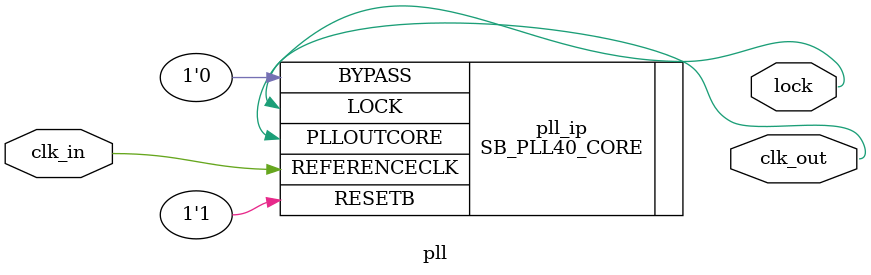
<source format=v>

module pll(
    input  clk_in,
    output clk_out,
    output lock
);

SB_PLL40_CORE #(
//SB_PLL40_PAD #(
    .FEEDBACK_PATH("SIMPLE"),
    // 12 MHz -> 128 MHz (127.5 MHz actually)
    .DIVR(4'b0000),    // DIVR =  0
    .DIVF(7'b1010100), // DIVF = 84
    .DIVQ(3'b011),     // DIVQ =  3
    // 12 MHz -> 64 MHz (63.75 MHz actually)
    //.DIVR(4'b0000),    // DIVR =  0
    //.DIVF(7'b1010100), // DIVF = 84
    //.DIVQ(3'b100),     // DIVQ =  4
    // 12 MHz -> 48 MHz (48 MHz actually)
    //.DIVR(4'b0000),    // DIVR =  0
    //.DIVF(7'b0111111), // DIVF = 63
    //.DIVQ(3'b100),     // DIVQ =  4
    // 12 MHz -> 32 MHz (31.875 actually)
    //.DIVR(4'b0000),    // DIVR =  0
    //.DIVF(7'b1010100), // DIVF = 84
    //.DIVQ(3'b101),     // DIVQ =  5
    .FILTER_RANGE(3'b001) // FILTER_RANGE = 1
) pll_ip (
    .LOCK         (lock),
    .RESETB       (1'b1),
    .BYPASS       (1'b0),
    //.PACKAGEPIN   (clk_in),
    .REFERENCECLK (clk_in),
    .PLLOUTCORE (clk_out)
    //.PLLOUTGLOBAL (clk_out)
);

endmodule

</source>
